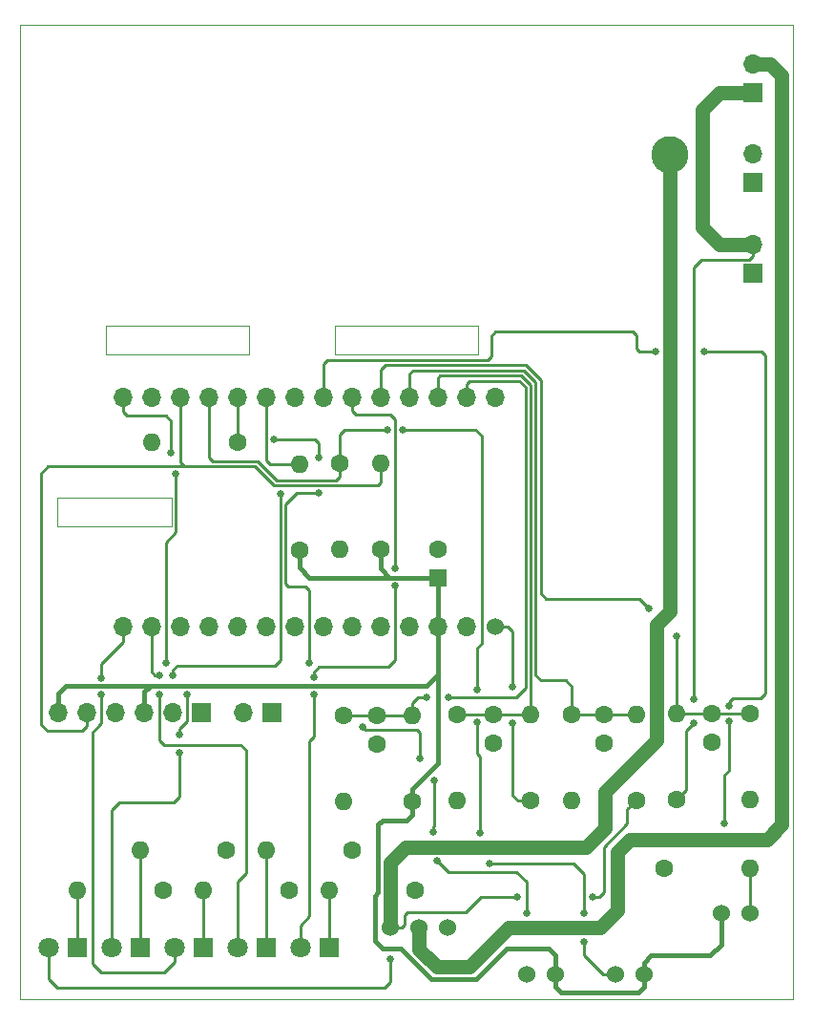
<source format=gbl>
G04 #@! TF.GenerationSoftware,KiCad,Pcbnew,(5.1.4)-1*
G04 #@! TF.CreationDate,2019-12-10T14:52:46+01:00*
G04 #@! TF.ProjectId,e-p-wifi,652d702d-7769-4666-992e-6b696361645f,1.0*
G04 #@! TF.SameCoordinates,Original*
G04 #@! TF.FileFunction,Copper,L2,Bot*
G04 #@! TF.FilePolarity,Positive*
%FSLAX46Y46*%
G04 Gerber Fmt 4.6, Leading zero omitted, Abs format (unit mm)*
G04 Created by KiCad (PCBNEW (5.1.4)-1) date 2019-12-10 14:52:46*
%MOMM*%
%LPD*%
G04 APERTURE LIST*
%ADD10C,0.100000*%
%ADD11C,1.524000*%
%ADD12R,1.700000X1.700000*%
%ADD13O,1.700000X1.700000*%
%ADD14R,1.800000X1.800000*%
%ADD15C,1.800000*%
%ADD16C,1.600000*%
%ADD17R,1.600000X1.600000*%
%ADD18O,1.600000X1.600000*%
%ADD19C,0.635000*%
%ADD20C,3.302000*%
%ADD21C,0.381000*%
%ADD22C,0.254000*%
%ADD23C,1.270000*%
G04 APERTURE END LIST*
D10*
X45726000Y-52070000D02*
X45726000Y-54610000D01*
X33026000Y-52070000D02*
X33026000Y-54610000D01*
X33026000Y-52070000D02*
X45726000Y-52070000D01*
X33026000Y-54610000D02*
X45726000Y-54610000D01*
X53340000Y-54610000D02*
X53340000Y-52070000D01*
X66040000Y-52070000D02*
X66040000Y-54610000D01*
X53340000Y-52070000D02*
X66040000Y-52070000D01*
X53340000Y-54610000D02*
X66040000Y-54610000D01*
X28702000Y-69850000D02*
X38862000Y-69850000D01*
X38862000Y-67310000D02*
X28702000Y-67310000D01*
X28702000Y-67310000D02*
X28702000Y-69850000D01*
X25400000Y-111760000D02*
X93980000Y-111760000D01*
X93980000Y-25400000D02*
X93980000Y-111760000D01*
X25400000Y-25400000D02*
X25400000Y-111760000D01*
X38862000Y-67310000D02*
X38862000Y-69850000D01*
X25400000Y-25400000D02*
X93980000Y-25400000D01*
D11*
X60800000Y-105400000D03*
X58260000Y-105400000D03*
X63340000Y-105400000D03*
D12*
X41530000Y-86360000D03*
D13*
X38990000Y-86360000D03*
X36450000Y-86360000D03*
X33910000Y-86360000D03*
X31370000Y-86360000D03*
X28830000Y-86360000D03*
D14*
X47244000Y-107188000D03*
D15*
X44704000Y-107188000D03*
X27940000Y-107188000D03*
D14*
X30480000Y-107188000D03*
D16*
X77190000Y-89060000D03*
X77190000Y-86560000D03*
D12*
X90400000Y-31400000D03*
D13*
X90400000Y-28860000D03*
D12*
X90400000Y-47400000D03*
D13*
X90400000Y-44860000D03*
X45190000Y-86360000D03*
D12*
X47730000Y-86360000D03*
D17*
X62500000Y-74400000D03*
D16*
X62500000Y-71900000D03*
X86790000Y-86460000D03*
X86790000Y-88960000D03*
X67390000Y-86560000D03*
X67390000Y-89060000D03*
D14*
X36068000Y-107188000D03*
D15*
X33528000Y-107188000D03*
D14*
X41656000Y-107188000D03*
D15*
X39116000Y-107188000D03*
D16*
X57090000Y-89160000D03*
X57090000Y-86660000D03*
D15*
X50292000Y-107188000D03*
D14*
X52832000Y-107188000D03*
D13*
X90400000Y-36860000D03*
D12*
X90400000Y-39400000D03*
D16*
X50200000Y-72000000D03*
D18*
X50200000Y-64380000D03*
X90190000Y-94080000D03*
D16*
X90190000Y-86460000D03*
D18*
X64190000Y-94180000D03*
D16*
X64190000Y-86560000D03*
X53800000Y-64300000D03*
D18*
X53800000Y-71920000D03*
X36068000Y-98552000D03*
D16*
X43688000Y-98552000D03*
D18*
X60190000Y-86640000D03*
D16*
X60190000Y-94260000D03*
X70700000Y-94170000D03*
D18*
X70700000Y-86550000D03*
D16*
X60452000Y-102108000D03*
D18*
X52832000Y-102108000D03*
D16*
X74390000Y-86560000D03*
D18*
X74390000Y-94180000D03*
X47244000Y-98552000D03*
D16*
X54864000Y-98552000D03*
X49276000Y-102108000D03*
D18*
X41656000Y-102108000D03*
X90170000Y-100200000D03*
D16*
X82550000Y-100200000D03*
D18*
X80090000Y-86540000D03*
D16*
X80090000Y-94160000D03*
X57400000Y-71900000D03*
D18*
X57400000Y-64280000D03*
X30480000Y-102108000D03*
D16*
X38100000Y-102108000D03*
D13*
X67565000Y-58420000D03*
X65025000Y-78740000D03*
X65025000Y-58420000D03*
X62485000Y-78740000D03*
X62485000Y-58420000D03*
X59945000Y-78740000D03*
X59945000Y-58420000D03*
X57405000Y-78740000D03*
X57405000Y-58420000D03*
X54865000Y-78740000D03*
X54865000Y-58420000D03*
X52325000Y-78740000D03*
X52325000Y-58420000D03*
X49785000Y-78740000D03*
X49785000Y-58420000D03*
X47245000Y-78740000D03*
X47245000Y-58420000D03*
X44705000Y-78740000D03*
X44705000Y-58420000D03*
X42165000Y-78740000D03*
X42165000Y-58420000D03*
X39625000Y-78740000D03*
X39625000Y-58420000D03*
X37085000Y-78740000D03*
X37085000Y-58420000D03*
X34545000Y-78740000D03*
X34545000Y-58420000D03*
D11*
X67565000Y-78740000D03*
D18*
X37080000Y-62400000D03*
D16*
X44700000Y-62400000D03*
X83690000Y-94060000D03*
D18*
X83690000Y-86440000D03*
D16*
X54090000Y-86660000D03*
D18*
X54090000Y-94280000D03*
D11*
X87630000Y-104125000D03*
X90170000Y-104125000D03*
X80770000Y-109600000D03*
X78230000Y-109600000D03*
X70330000Y-109600000D03*
X72870000Y-109600000D03*
D19*
X83690000Y-79610000D03*
X81200000Y-77120000D03*
X61500000Y-85000000D03*
X63400000Y-85000000D03*
D20*
X83100000Y-36900000D03*
D19*
X58260000Y-108250000D03*
X76180000Y-102670000D03*
X69500000Y-102670000D03*
X40250000Y-84760000D03*
X38380000Y-81940000D03*
X39242210Y-65204910D03*
X38810000Y-63300000D03*
X39560000Y-88280000D03*
X39560500Y-89951560D03*
X39560500Y-89951560D03*
X51480000Y-84770000D03*
X51480000Y-83250000D03*
X58680000Y-75150000D03*
X58680000Y-73600000D03*
X58680000Y-73600000D03*
X37809799Y-84760201D03*
X37810000Y-83040000D03*
X32640000Y-84770000D03*
X32640000Y-83288800D03*
X85200000Y-87300000D03*
X85200000Y-85200000D03*
X38990000Y-83040000D03*
X38990000Y-83040000D03*
X48500000Y-67020000D03*
X87900000Y-96200000D03*
X88300000Y-87107700D03*
X88300000Y-87107700D03*
X88300000Y-85800000D03*
X86100000Y-54400000D03*
X81800000Y-54400000D03*
X70330000Y-104180000D03*
X62430000Y-99480000D03*
X62112501Y-96932501D03*
X62120000Y-92360000D03*
X60850000Y-90450000D03*
X60850000Y-90450000D03*
X55790000Y-87620000D03*
X51060000Y-81970000D03*
X51940000Y-66904910D03*
X51940000Y-63790000D03*
X47892700Y-62140000D03*
X75460000Y-106660000D03*
X75460000Y-104190000D03*
X75460000Y-104190000D03*
X67060000Y-99730000D03*
X66240000Y-97000000D03*
X66240000Y-97000000D03*
X65980000Y-87207700D03*
X65980000Y-84352300D03*
X59327700Y-61280000D03*
X58020000Y-61280000D03*
X58020000Y-61280000D03*
X69100000Y-87300000D03*
X69100000Y-84100000D03*
D21*
X72870000Y-110677630D02*
X72870000Y-109600000D01*
X73392370Y-111200000D02*
X72870000Y-110677630D01*
X80247630Y-111200000D02*
X73392370Y-111200000D01*
X80770000Y-110677630D02*
X80247630Y-111200000D01*
X80770000Y-109600000D02*
X80770000Y-110677630D01*
X62485000Y-74415000D02*
X62500000Y-74400000D01*
X62485000Y-78740000D02*
X62485000Y-74415000D01*
X62500000Y-74400000D02*
X59900000Y-74400000D01*
X57400000Y-73600000D02*
X57400000Y-71900000D01*
X59900000Y-74400000D02*
X58200000Y-74400000D01*
X58200000Y-74400000D02*
X57400000Y-73600000D01*
X50200000Y-73500000D02*
X50200000Y-72000000D01*
X59900000Y-74400000D02*
X51100000Y-74400000D01*
X51100000Y-74400000D02*
X50200000Y-73500000D01*
X62485000Y-85015000D02*
X62485000Y-84985000D01*
X61500000Y-84000000D02*
X37000000Y-84000000D01*
X36450000Y-84550000D02*
X36450000Y-86360000D01*
X37000000Y-84000000D02*
X36450000Y-84550000D01*
X60190000Y-93128630D02*
X62485000Y-90833630D01*
X60190000Y-94260000D02*
X60190000Y-93128630D01*
X62485000Y-90833630D02*
X62485000Y-85015000D01*
X28830000Y-84670000D02*
X28830000Y-86360000D01*
X37000000Y-84000000D02*
X29500000Y-84000000D01*
X29500000Y-84000000D02*
X28830000Y-84670000D01*
X62485000Y-83015000D02*
X61500000Y-84000000D01*
X62485000Y-82985000D02*
X62485000Y-83015000D01*
X62485000Y-82985000D02*
X62485000Y-78740000D01*
X62485000Y-85015000D02*
X62485000Y-82985000D01*
X60190000Y-95410000D02*
X60190000Y-94260000D01*
X59700000Y-95900000D02*
X60190000Y-95410000D01*
X57200000Y-96300000D02*
X57600000Y-95900000D01*
X57200000Y-102312000D02*
X57200000Y-96300000D01*
X56913701Y-106596101D02*
X56913701Y-102598299D01*
X57617600Y-107300000D02*
X56913701Y-106596101D01*
X57600000Y-95900000D02*
X59700000Y-95900000D01*
X59167000Y-107300000D02*
X57617600Y-107300000D01*
X56913701Y-102598299D02*
X57200000Y-102312000D01*
X72870000Y-107871200D02*
X72298800Y-107300000D01*
X72870000Y-109600000D02*
X72870000Y-107871200D01*
X72298800Y-107300000D02*
X68595000Y-107300000D01*
X68595000Y-107300000D02*
X65887600Y-110007400D01*
X65887600Y-110007400D02*
X61874400Y-110007400D01*
X61874400Y-110007400D02*
X59167000Y-107300000D01*
X87630000Y-106908600D02*
X87630000Y-104125000D01*
X86639400Y-107899200D02*
X87630000Y-106908600D01*
X81407000Y-107899200D02*
X86639400Y-107899200D01*
X80770000Y-109600000D02*
X80770000Y-108536200D01*
X80770000Y-108536200D02*
X81407000Y-107899200D01*
D22*
X90190000Y-86460000D02*
X86790000Y-86460000D01*
X83710000Y-86460000D02*
X83690000Y-86440000D01*
X86790000Y-86460000D02*
X83710000Y-86460000D01*
X83690000Y-86440000D02*
X83690000Y-79610000D01*
X57405000Y-55995000D02*
X57405000Y-58420000D01*
X57814420Y-55585580D02*
X57405000Y-55995000D01*
X80380000Y-76300000D02*
X72100000Y-76300000D01*
X81200000Y-77120000D02*
X80380000Y-76300000D01*
X72100000Y-76300000D02*
X71614418Y-75814418D01*
X71614418Y-75814418D02*
X71614418Y-56921234D01*
X71614418Y-56921234D02*
X70278764Y-55585580D01*
X70278764Y-55585580D02*
X57814420Y-55585580D01*
X77210000Y-86540000D02*
X77190000Y-86560000D01*
X80090000Y-86540000D02*
X77210000Y-86540000D01*
X77190000Y-86560000D02*
X74390000Y-86560000D01*
X60000000Y-58365000D02*
X59945000Y-58420000D01*
X74390000Y-84090000D02*
X74390000Y-86560000D01*
X73800000Y-83500000D02*
X74390000Y-84090000D01*
X71620000Y-83500000D02*
X73800000Y-83500000D01*
X59945000Y-58420000D02*
X59945000Y-56355000D01*
X60257210Y-56042790D02*
X70089382Y-56042790D01*
X59945000Y-56355000D02*
X60257210Y-56042790D01*
X70089382Y-56042790D02*
X71157209Y-57110617D01*
X71157209Y-57110617D02*
X71157209Y-83037209D01*
X71157209Y-83037209D02*
X71620000Y-83500000D01*
X67400000Y-86550000D02*
X67390000Y-86560000D01*
X70700000Y-86550000D02*
X67400000Y-86550000D01*
X67390000Y-86560000D02*
X64190000Y-86560000D01*
X62485000Y-56715000D02*
X62485000Y-58420000D01*
X62700000Y-56500000D02*
X62485000Y-56715000D01*
X69900000Y-56500000D02*
X62700000Y-56500000D01*
X70700000Y-86550000D02*
X70700000Y-57300000D01*
X70700000Y-57300000D02*
X69900000Y-56500000D01*
X57110000Y-86640000D02*
X57090000Y-86660000D01*
X60190000Y-86640000D02*
X57110000Y-86640000D01*
X55958630Y-86660000D02*
X54090000Y-86660000D01*
X57090000Y-86660000D02*
X55958630Y-86660000D01*
X60190000Y-85508630D02*
X60698630Y-85000000D01*
X60190000Y-86640000D02*
X60190000Y-85508630D01*
X60698630Y-85000000D02*
X61500000Y-85000000D01*
X65025000Y-57225000D02*
X65025000Y-58420000D01*
X63400000Y-85000000D02*
X69400000Y-85000000D01*
X69400000Y-85000000D02*
X70242790Y-84157210D01*
X70242790Y-84157210D02*
X70242790Y-57489382D01*
X70242790Y-57489382D02*
X69710618Y-56957210D01*
X69710618Y-56957210D02*
X65292790Y-56957210D01*
X65292790Y-56957210D02*
X65025000Y-57225000D01*
D23*
X83100000Y-77400000D02*
X83100000Y-36900000D01*
X81910000Y-78590000D02*
X83100000Y-77400000D01*
X81910000Y-88790000D02*
X81910000Y-78590000D01*
X58260000Y-99640000D02*
X59600000Y-98300000D01*
X58260000Y-105400000D02*
X58260000Y-99640000D01*
X59600000Y-98300000D02*
X75600000Y-98300000D01*
X75600000Y-98300000D02*
X77300000Y-96600000D01*
X77300000Y-96600000D02*
X77300000Y-93400000D01*
X77300000Y-93400000D02*
X81910000Y-88790000D01*
D22*
X76810000Y-102670000D02*
X76180000Y-102670000D01*
X77200000Y-102280000D02*
X76810000Y-102670000D01*
X77200000Y-98310000D02*
X77200000Y-102280000D01*
X79290001Y-96219999D02*
X77200000Y-98310000D01*
X80090000Y-94160000D02*
X79290001Y-94959999D01*
X79290001Y-94959999D02*
X79290001Y-96219999D01*
X59260000Y-105400000D02*
X58260000Y-105400000D01*
X66330000Y-102670000D02*
X64960000Y-104040000D01*
X69500000Y-102670000D02*
X66330000Y-102670000D01*
X64960000Y-104040000D02*
X59820000Y-104040000D01*
X59820000Y-104040000D02*
X59520000Y-104340000D01*
X59520000Y-104340000D02*
X59520000Y-105140000D01*
X59520000Y-105140000D02*
X59260000Y-105400000D01*
X58260000Y-110210000D02*
X58260000Y-108250000D01*
X57726000Y-110744000D02*
X58260000Y-110210000D01*
X28676600Y-110744000D02*
X57726000Y-110744000D01*
X27940000Y-107188000D02*
X27940000Y-110007400D01*
X27940000Y-110007400D02*
X28676600Y-110744000D01*
X30480000Y-107188000D02*
X30480000Y-102108000D01*
X36068000Y-106034000D02*
X36068000Y-98552000D01*
X36068000Y-107188000D02*
X36068000Y-106034000D01*
X39560000Y-87830988D02*
X40250000Y-87140988D01*
X40250000Y-87140988D02*
X40250000Y-85873302D01*
X40250000Y-85873302D02*
X40250000Y-84760000D01*
X39242210Y-65042210D02*
X39242210Y-65204910D01*
X39242210Y-70407790D02*
X39242210Y-65042210D01*
X38380000Y-71270000D02*
X39242210Y-70407790D01*
X38380000Y-81940000D02*
X38380000Y-71270000D01*
X34545000Y-59715000D02*
X34545000Y-58420000D01*
X34890000Y-60060000D02*
X34545000Y-59715000D01*
X38330000Y-60060000D02*
X34890000Y-60060000D01*
X38810000Y-63300000D02*
X38810000Y-60540000D01*
X38810000Y-60540000D02*
X38330000Y-60060000D01*
X39560000Y-88280000D02*
X39560000Y-87830988D01*
X33528000Y-95021400D02*
X33528000Y-107188000D01*
X34188400Y-94361000D02*
X33528000Y-95021400D01*
X39032180Y-94361000D02*
X34188400Y-94361000D01*
X39560500Y-89951560D02*
X39560500Y-93832680D01*
X39560500Y-93832680D02*
X39032180Y-94361000D01*
X51480000Y-82800988D02*
X51940988Y-82340000D01*
X51480000Y-83250000D02*
X51480000Y-82800988D01*
X51940988Y-82340000D02*
X58060000Y-82340000D01*
X58060000Y-82340000D02*
X58680000Y-81720000D01*
X58680000Y-81720000D02*
X58680000Y-75150000D01*
X54865000Y-59622081D02*
X54865000Y-58420000D01*
X55212919Y-59970000D02*
X54865000Y-59622081D01*
X58300000Y-59970000D02*
X55212919Y-59970000D01*
X58680000Y-60350000D02*
X58300000Y-59970000D01*
X58680000Y-73600000D02*
X58680000Y-60350000D01*
X51480000Y-88524800D02*
X51480000Y-84770000D01*
X51104800Y-88900000D02*
X51480000Y-88524800D01*
X51104800Y-104419400D02*
X51104800Y-88900000D01*
X50292000Y-107188000D02*
X50292000Y-105232200D01*
X50292000Y-105232200D02*
X51104800Y-104419400D01*
X52832000Y-106034000D02*
X52832000Y-102108000D01*
X52832000Y-107188000D02*
X52832000Y-106034000D01*
X47244000Y-106034000D02*
X47244000Y-98552000D01*
X47244000Y-107188000D02*
X47244000Y-106034000D01*
X37809799Y-87560201D02*
X37809799Y-84760201D01*
X37085000Y-79942081D02*
X37085000Y-78740000D01*
X37085000Y-82765000D02*
X37085000Y-79942081D01*
X37810000Y-83040000D02*
X37360000Y-83040000D01*
X37360000Y-83040000D02*
X37085000Y-82765000D01*
X37809799Y-88863799D02*
X37809799Y-87560201D01*
X44704000Y-101320600D02*
X45440600Y-100584000D01*
X44704000Y-107188000D02*
X44704000Y-101320600D01*
X45440600Y-100584000D02*
X45440600Y-89712800D01*
X45440600Y-89712800D02*
X45008800Y-89281000D01*
X45008800Y-89281000D02*
X38227000Y-89281000D01*
X38227000Y-89281000D02*
X37809799Y-88863799D01*
X41656000Y-106034000D02*
X41656000Y-102108000D01*
X41656000Y-107188000D02*
X41656000Y-106034000D01*
X32460000Y-87470000D02*
X32640000Y-87290000D01*
X32640000Y-87290000D02*
X32640000Y-84770000D01*
X32640000Y-83288800D02*
X32640000Y-82020000D01*
X34545000Y-80115000D02*
X34545000Y-78740000D01*
X32640000Y-82020000D02*
X34545000Y-80115000D01*
X31827210Y-108636810D02*
X31827210Y-88111590D01*
X31827210Y-88111590D02*
X32460000Y-87478800D01*
X32460000Y-87478800D02*
X32460000Y-87470000D01*
X39116000Y-107188000D02*
X39116000Y-108460792D01*
X38153592Y-109423200D02*
X32613600Y-109423200D01*
X39116000Y-108460792D02*
X38153592Y-109423200D01*
X32613600Y-109423200D02*
X31827210Y-108636810D01*
D23*
X87510000Y-31400000D02*
X90400000Y-31400000D01*
X85970000Y-32940000D02*
X87510000Y-31400000D01*
X85970000Y-43385000D02*
X85970000Y-32940000D01*
X90400000Y-44860000D02*
X87445000Y-44860000D01*
X87445000Y-44860000D02*
X85970000Y-43385000D01*
D22*
X84489999Y-93260001D02*
X84489999Y-88010001D01*
X83690000Y-94060000D02*
X84489999Y-93260001D01*
X84489999Y-88010001D02*
X85200000Y-87300000D01*
X90400000Y-45862081D02*
X90400000Y-44860000D01*
X90062081Y-46200000D02*
X90400000Y-45862081D01*
X85880000Y-46200000D02*
X90062081Y-46200000D01*
X85200000Y-85200000D02*
X85200000Y-46880000D01*
X85200000Y-46880000D02*
X85880000Y-46200000D01*
D23*
X65252600Y-108915200D02*
X62382400Y-108915200D01*
X68767800Y-105400000D02*
X65252600Y-108915200D01*
X76900000Y-105400000D02*
X68767800Y-105400000D01*
X60800000Y-107332800D02*
X60800000Y-105400000D01*
X78400000Y-103900000D02*
X76900000Y-105400000D01*
X78400000Y-98700000D02*
X78400000Y-103900000D01*
X91960000Y-28860000D02*
X93000000Y-29900000D01*
X90400000Y-28860000D02*
X91960000Y-28860000D01*
X93000000Y-29900000D02*
X93000000Y-96300000D01*
X93000000Y-96300000D02*
X91700000Y-97600000D01*
X62382400Y-108915200D02*
X60800000Y-107332800D01*
X91700000Y-97600000D02*
X79500000Y-97600000D01*
X79500000Y-97600000D02*
X78400000Y-98700000D01*
D22*
X47245000Y-59622081D02*
X47245000Y-58420000D01*
X47245000Y-64045000D02*
X47245000Y-59622081D01*
X50200000Y-64380000D02*
X47580000Y-64380000D01*
X47580000Y-64380000D02*
X47245000Y-64045000D01*
X48500000Y-81690000D02*
X48500000Y-67219598D01*
X48010000Y-82180000D02*
X48500000Y-81690000D01*
X39360000Y-82180000D02*
X48010000Y-82180000D01*
X38990000Y-83040000D02*
X38990000Y-82550000D01*
X38990000Y-82550000D02*
X39360000Y-82180000D01*
X48500000Y-67219598D02*
X48500000Y-67020000D01*
X57400000Y-66000000D02*
X57142790Y-66257210D01*
X39625000Y-64225000D02*
X39625000Y-58420000D01*
X57400000Y-64280000D02*
X57400000Y-66000000D01*
X57142790Y-66257210D02*
X47957210Y-66257210D01*
X47957210Y-66257210D02*
X46257210Y-64557210D01*
X46257210Y-64557210D02*
X39957210Y-64557210D01*
X39957210Y-64557210D02*
X39625000Y-64225000D01*
X27898790Y-64557210D02*
X39957210Y-64557210D01*
X31370000Y-87562081D02*
X30942081Y-87990000D01*
X31370000Y-86360000D02*
X31370000Y-87562081D01*
X27830000Y-87990000D02*
X27290000Y-87450000D01*
X30942081Y-87990000D02*
X27830000Y-87990000D01*
X27290000Y-87450000D02*
X27290000Y-65166000D01*
X27290000Y-65166000D02*
X27898790Y-64557210D01*
X87900000Y-96200000D02*
X87900000Y-91900000D01*
X87900000Y-91900000D02*
X88300000Y-91500000D01*
X88300000Y-91500000D02*
X88300000Y-87107700D01*
X52325000Y-55475000D02*
X52325000Y-58420000D01*
X52671630Y-55128370D02*
X52325000Y-55475000D01*
X66871630Y-55128370D02*
X52671630Y-55128370D01*
X67200000Y-54800000D02*
X66871630Y-55128370D01*
X67200000Y-53000000D02*
X67200000Y-54800000D01*
X80400000Y-54400000D02*
X80100000Y-54100000D01*
X81800000Y-54400000D02*
X80400000Y-54400000D01*
X80100000Y-54100000D02*
X80100000Y-52900000D01*
X80100000Y-52900000D02*
X79800000Y-52600000D01*
X79800000Y-52600000D02*
X67600000Y-52600000D01*
X67600000Y-52600000D02*
X67200000Y-53000000D01*
X91200000Y-54400000D02*
X86100000Y-54400000D01*
X88300000Y-85425494D02*
X88625494Y-85100000D01*
X88300000Y-85800000D02*
X88300000Y-85425494D01*
X88625494Y-85100000D02*
X91100000Y-85100000D01*
X91100000Y-85100000D02*
X91500000Y-84700000D01*
X91500000Y-84700000D02*
X91500000Y-54700000D01*
X91500000Y-54700000D02*
X91200000Y-54400000D01*
X90170000Y-103047370D02*
X90170000Y-100200000D01*
X90170000Y-104125000D02*
X90170000Y-103047370D01*
X44700000Y-58425000D02*
X44705000Y-58420000D01*
X44700000Y-62400000D02*
X44700000Y-58425000D01*
X70330000Y-104180000D02*
X70330000Y-101370000D01*
X70330000Y-101370000D02*
X69430000Y-100470000D01*
X69430000Y-100470000D02*
X63420000Y-100470000D01*
X63420000Y-100470000D02*
X62430000Y-99480000D01*
X62120000Y-96475990D02*
X62120000Y-92360000D01*
X62112501Y-96932501D02*
X62112501Y-96483489D01*
X62112501Y-96483489D02*
X62120000Y-96475990D01*
X60850000Y-90450000D02*
X60850000Y-88180000D01*
X60850000Y-88180000D02*
X60600000Y-87930000D01*
X60600000Y-87930000D02*
X56100000Y-87930000D01*
X56100000Y-87930000D02*
X55790000Y-87620000D01*
X47810000Y-62140000D02*
X47892700Y-62140000D01*
X51610000Y-62140000D02*
X47810000Y-62140000D01*
X51940000Y-63790000D02*
X51940000Y-62470000D01*
X51940000Y-62470000D02*
X51610000Y-62140000D01*
X49950000Y-66880000D02*
X51940000Y-66880000D01*
X51060000Y-81970000D02*
X51060000Y-75520000D01*
X51940000Y-66880000D02*
X51940000Y-66904910D01*
X50750000Y-75210000D02*
X49240000Y-75210000D01*
X49240000Y-75210000D02*
X48957210Y-74927210D01*
X48957210Y-74927210D02*
X48957210Y-67872790D01*
X51060000Y-75520000D02*
X50750000Y-75210000D01*
X48957210Y-67872790D02*
X49950000Y-66880000D01*
X53800000Y-65431370D02*
X53431370Y-65800000D01*
X53800000Y-64300000D02*
X53800000Y-65431370D01*
X53431370Y-65800000D02*
X48200000Y-65800000D01*
X42165000Y-63765000D02*
X42165000Y-58420000D01*
X48200000Y-65800000D02*
X46500000Y-64100000D01*
X46500000Y-64100000D02*
X42500000Y-64100000D01*
X42500000Y-64100000D02*
X42165000Y-63765000D01*
X77152370Y-109600000D02*
X75460000Y-107907630D01*
X78230000Y-109600000D02*
X77152370Y-109600000D01*
X75460000Y-107907630D02*
X75460000Y-106660000D01*
X75460000Y-104190000D02*
X75460000Y-100700000D01*
X75460000Y-100700000D02*
X74490000Y-99730000D01*
X74490000Y-99730000D02*
X67060000Y-99730000D01*
X65982790Y-87204910D02*
X65980000Y-87207700D01*
X66240000Y-90230000D02*
X65980000Y-89970000D01*
X66240000Y-97000000D02*
X66240000Y-90230000D01*
X65980000Y-89970000D02*
X65980000Y-87020000D01*
X65980000Y-87020000D02*
X65982790Y-87017210D01*
X65982790Y-87017210D02*
X65982790Y-87204910D01*
X59250000Y-61280000D02*
X59327700Y-61280000D01*
X65800000Y-61280000D02*
X59250000Y-61280000D01*
X66350000Y-61830000D02*
X65800000Y-61280000D01*
X66350000Y-80240000D02*
X66350000Y-61830000D01*
X65980000Y-84352300D02*
X65980000Y-80610000D01*
X65980000Y-80610000D02*
X66350000Y-80240000D01*
X53800000Y-61710000D02*
X53800000Y-64300000D01*
X58020000Y-61280000D02*
X54230000Y-61280000D01*
X54230000Y-61280000D02*
X53800000Y-61710000D01*
X69568630Y-94170000D02*
X69100000Y-93701370D01*
X70700000Y-94170000D02*
X69568630Y-94170000D01*
X69100000Y-93701370D02*
X69100000Y-87300000D01*
X69100000Y-83650988D02*
X69100000Y-84100000D01*
X69100000Y-79197370D02*
X69100000Y-83650988D01*
X68642630Y-78740000D02*
X69100000Y-79197370D01*
X67565000Y-78740000D02*
X68642630Y-78740000D01*
M02*

</source>
